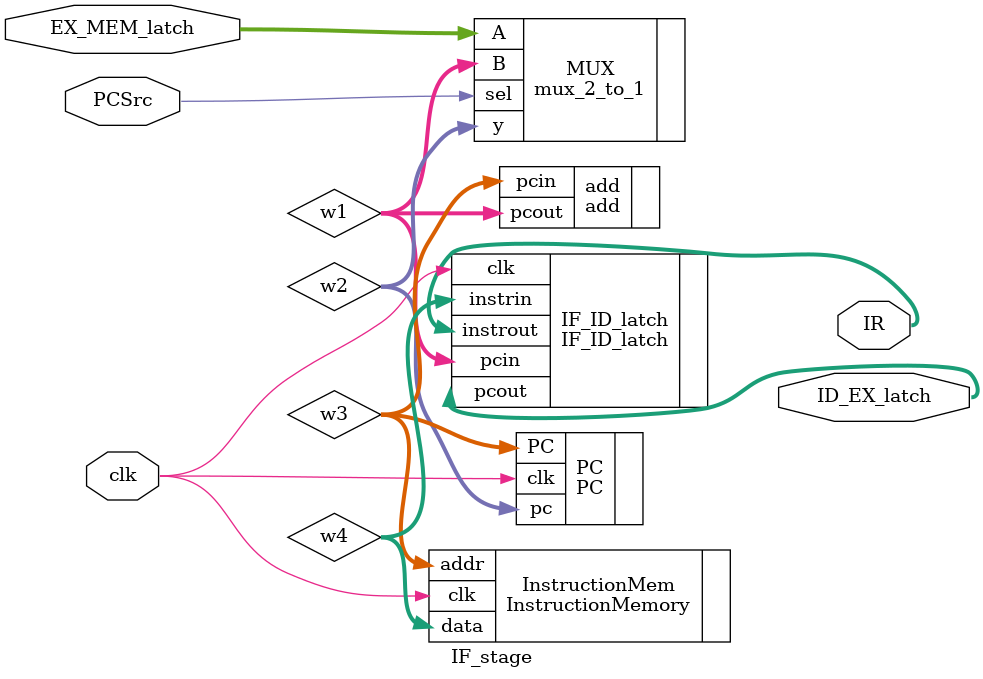
<source format=v>
`timescale 1ns / 1ps
module IF_stage(
input clk,
input PCSrc,
input [31:0] EX_MEM_latch,
output [31:0] ID_EX_latch,
output [31:0] IR
    );

wire [31:0] w1, w2, w3, w4;

mux_2_to_1 MUX (.A(EX_MEM_latch), .B(w1), .sel(PCSrc), .y(w2));

PC PC (.clk(clk), .pc(w2), .PC(w3));

add add(.pcin(w3), .pcout(w1));

InstructionMemory InstructionMem (.clk(clk), .addr(w3), .data(w4));

IF_ID_latch IF_ID_latch (.clk(clk), .pcin(w1), .instrin(w4), .pcout(ID_EX_latch), .instrout(IR));

endmodule

</source>
